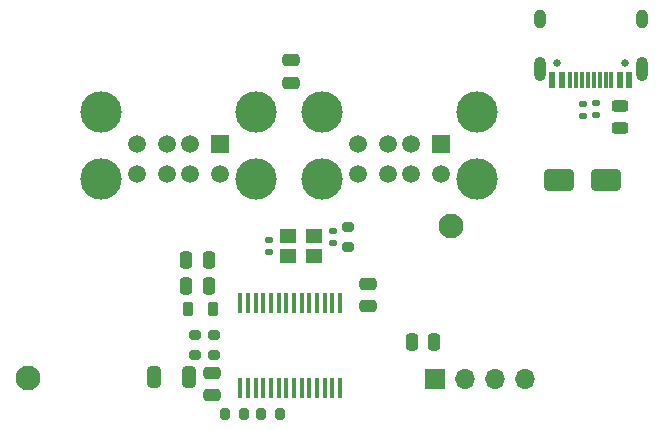
<source format=gbr>
%TF.GenerationSoftware,KiCad,Pcbnew,7.0.10-7.0.10~ubuntu22.04.1*%
%TF.CreationDate,2024-01-13T04:47:40-07:00*%
%TF.ProjectId,HIDHopper_Hub_Hat,48494448-6f70-4706-9572-5f4875625f48,rev?*%
%TF.SameCoordinates,Original*%
%TF.FileFunction,Soldermask,Top*%
%TF.FilePolarity,Negative*%
%FSLAX46Y46*%
G04 Gerber Fmt 4.6, Leading zero omitted, Abs format (unit mm)*
G04 Created by KiCad (PCBNEW 7.0.10-7.0.10~ubuntu22.04.1) date 2024-01-13 04:47:40*
%MOMM*%
%LPD*%
G01*
G04 APERTURE LIST*
G04 Aperture macros list*
%AMRoundRect*
0 Rectangle with rounded corners*
0 $1 Rounding radius*
0 $2 $3 $4 $5 $6 $7 $8 $9 X,Y pos of 4 corners*
0 Add a 4 corners polygon primitive as box body*
4,1,4,$2,$3,$4,$5,$6,$7,$8,$9,$2,$3,0*
0 Add four circle primitives for the rounded corners*
1,1,$1+$1,$2,$3*
1,1,$1+$1,$4,$5*
1,1,$1+$1,$6,$7*
1,1,$1+$1,$8,$9*
0 Add four rect primitives between the rounded corners*
20,1,$1+$1,$2,$3,$4,$5,0*
20,1,$1+$1,$4,$5,$6,$7,0*
20,1,$1+$1,$6,$7,$8,$9,0*
20,1,$1+$1,$8,$9,$2,$3,0*%
G04 Aperture macros list end*
%ADD10RoundRect,0.200000X-0.275000X0.200000X-0.275000X-0.200000X0.275000X-0.200000X0.275000X0.200000X0*%
%ADD11RoundRect,0.140000X0.170000X-0.140000X0.170000X0.140000X-0.170000X0.140000X-0.170000X-0.140000X0*%
%ADD12RoundRect,0.135000X-0.185000X0.135000X-0.185000X-0.135000X0.185000X-0.135000X0.185000X0.135000X0*%
%ADD13R,1.500000X1.500000*%
%ADD14C,1.500000*%
%ADD15C,3.500000*%
%ADD16RoundRect,0.250000X0.250000X0.475000X-0.250000X0.475000X-0.250000X-0.475000X0.250000X-0.475000X0*%
%ADD17RoundRect,0.200000X0.200000X0.275000X-0.200000X0.275000X-0.200000X-0.275000X0.200000X-0.275000X0*%
%ADD18R,1.700000X1.700000*%
%ADD19O,1.700000X1.700000*%
%ADD20C,2.100000*%
%ADD21C,0.650000*%
%ADD22R,0.600000X1.450000*%
%ADD23R,0.300000X1.450000*%
%ADD24O,1.000000X2.100000*%
%ADD25O,1.000000X1.600000*%
%ADD26R,1.400000X1.200000*%
%ADD27RoundRect,0.243750X-0.456250X0.243750X-0.456250X-0.243750X0.456250X-0.243750X0.456250X0.243750X0*%
%ADD28RoundRect,0.250000X-1.000000X-0.650000X1.000000X-0.650000X1.000000X0.650000X-1.000000X0.650000X0*%
%ADD29RoundRect,0.250000X0.475000X-0.250000X0.475000X0.250000X-0.475000X0.250000X-0.475000X-0.250000X0*%
%ADD30RoundRect,0.250000X-0.475000X0.250000X-0.475000X-0.250000X0.475000X-0.250000X0.475000X0.250000X0*%
%ADD31RoundRect,0.135000X0.185000X-0.135000X0.185000X0.135000X-0.185000X0.135000X-0.185000X-0.135000X0*%
%ADD32R,0.450000X1.750000*%
%ADD33RoundRect,0.218750X-0.218750X-0.381250X0.218750X-0.381250X0.218750X0.381250X-0.218750X0.381250X0*%
%ADD34RoundRect,0.250000X0.325000X0.650000X-0.325000X0.650000X-0.325000X-0.650000X0.325000X-0.650000X0*%
%ADD35RoundRect,0.200000X0.275000X-0.200000X0.275000X0.200000X-0.275000X0.200000X-0.275000X-0.200000X0*%
G04 APERTURE END LIST*
D10*
%TO.C,R5*%
X166700000Y-83625000D03*
X166700000Y-85275000D03*
%TD*%
D11*
%TO.C,C5*%
X159970000Y-85680000D03*
X159970000Y-84720000D03*
%TD*%
D12*
%TO.C,R12*%
X187670000Y-73120000D03*
X187670000Y-74140000D03*
%TD*%
D13*
%TO.C,J5*%
X155833946Y-76520000D03*
D14*
X153333946Y-76520000D03*
X151333946Y-76520000D03*
X148833946Y-76520000D03*
X155833946Y-79140000D03*
X153333946Y-79140000D03*
X151333946Y-79140000D03*
X148833946Y-79140000D03*
D15*
X158903946Y-73810000D03*
X145763946Y-73810000D03*
X158903946Y-79490000D03*
X145763946Y-79490000D03*
%TD*%
D10*
%TO.C,R8*%
X155350000Y-92750000D03*
X155350000Y-94400000D03*
%TD*%
D16*
%TO.C,C1*%
X154890000Y-86390000D03*
X152990000Y-86390000D03*
%TD*%
D17*
%TO.C,R10*%
X160950000Y-99430000D03*
X159300000Y-99430000D03*
%TD*%
D18*
%TO.C,J2*%
X174050000Y-96430000D03*
D19*
X176590000Y-96430000D03*
X179130000Y-96430000D03*
X181670000Y-96430000D03*
%TD*%
D20*
%TO.C,REF\u002A\u002A*%
X139600000Y-96370000D03*
%TD*%
D21*
%TO.C,J7*%
X190120000Y-69660000D03*
X184340000Y-69660000D03*
D22*
X190480000Y-71105000D03*
X189680000Y-71105000D03*
D23*
X188480000Y-71105000D03*
X187480000Y-71105000D03*
X186980000Y-71105000D03*
X185980000Y-71105000D03*
D22*
X184780000Y-71105000D03*
X183980000Y-71105000D03*
X183980000Y-71105000D03*
X184780000Y-71105000D03*
D23*
X185480000Y-71105000D03*
X186480000Y-71105000D03*
X187980000Y-71105000D03*
X188980000Y-71105000D03*
D22*
X189680000Y-71105000D03*
X190480000Y-71105000D03*
D24*
X191550000Y-70190000D03*
D25*
X191550000Y-66010000D03*
D24*
X182910000Y-70190000D03*
D25*
X182910000Y-66010000D03*
%TD*%
D26*
%TO.C,Y1*%
X161560000Y-86080000D03*
X163760000Y-86080000D03*
X163760000Y-84380000D03*
X161560000Y-84380000D03*
%TD*%
D27*
%TO.C,F1*%
X189670000Y-73362500D03*
X189670000Y-75237500D03*
%TD*%
D28*
%TO.C,D1*%
X184500000Y-79600000D03*
X188500000Y-79600000D03*
%TD*%
D29*
%TO.C,C10*%
X161870000Y-71380000D03*
X161870000Y-69480000D03*
%TD*%
D30*
%TO.C,C3*%
X168410000Y-88390000D03*
X168410000Y-90290000D03*
%TD*%
D31*
%TO.C,R13*%
X186580000Y-74150000D03*
X186580000Y-73130000D03*
%TD*%
D32*
%TO.C,U2*%
X166010000Y-90000000D03*
X165360000Y-90000000D03*
X164710000Y-90000000D03*
X164060000Y-90000000D03*
X163410000Y-90000000D03*
X162760000Y-90000000D03*
X162110000Y-90000000D03*
X161460000Y-90000000D03*
X160810000Y-90000000D03*
X160160000Y-90000000D03*
X159510000Y-90000000D03*
X158860000Y-90000000D03*
X158210000Y-90000000D03*
X157560000Y-90000000D03*
X157560000Y-97200000D03*
X158210000Y-97200000D03*
X158860000Y-97200000D03*
X159510000Y-97200000D03*
X160160000Y-97200000D03*
X160810000Y-97200000D03*
X161460000Y-97200000D03*
X162110000Y-97200000D03*
X162760000Y-97200000D03*
X163410000Y-97200000D03*
X164060000Y-97200000D03*
X164710000Y-97200000D03*
X165360000Y-97200000D03*
X166010000Y-97200000D03*
%TD*%
D16*
%TO.C,C2*%
X154890000Y-88560000D03*
X152990000Y-88560000D03*
%TD*%
D17*
%TO.C,R3*%
X157910000Y-99430000D03*
X156260000Y-99430000D03*
%TD*%
D30*
%TO.C,C8*%
X155160000Y-95920000D03*
X155160000Y-97820000D03*
%TD*%
D33*
%TO.C,L1*%
X153127500Y-90530000D03*
X155252500Y-90530000D03*
%TD*%
D11*
%TO.C,C6*%
X165410000Y-84920000D03*
X165410000Y-83960000D03*
%TD*%
D13*
%TO.C,J1*%
X174530000Y-76520000D03*
D14*
X172030000Y-76520000D03*
X170030000Y-76520000D03*
X167530000Y-76520000D03*
X174530000Y-79140000D03*
X172030000Y-79140000D03*
X170030000Y-79140000D03*
X167530000Y-79140000D03*
D15*
X177600000Y-73810000D03*
X164460000Y-73810000D03*
X177600000Y-79490000D03*
X164460000Y-79490000D03*
%TD*%
D16*
%TO.C,C7*%
X173990000Y-93300000D03*
X172090000Y-93300000D03*
%TD*%
D20*
%TO.C,REF\u002A\u002A*%
X175420000Y-83460000D03*
%TD*%
D34*
%TO.C,C9*%
X153190000Y-96310000D03*
X150240000Y-96310000D03*
%TD*%
D35*
%TO.C,R9*%
X153710000Y-94400000D03*
X153710000Y-92750000D03*
%TD*%
M02*

</source>
